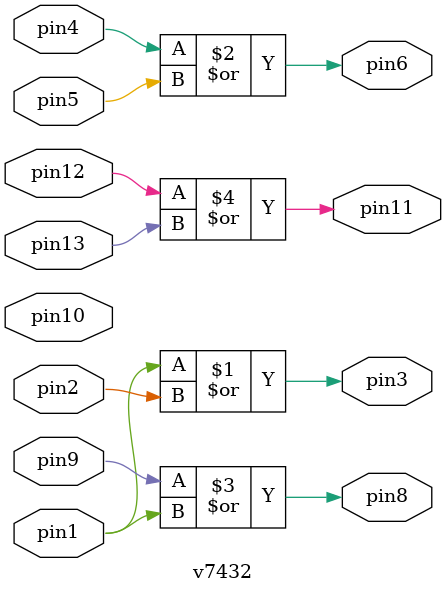
<source format=v>
`timescale 1ns / 1ns // `timescale time_unit/time_precision

module moduleMultiplexer (SW, LEDR); //module name and port list

  input [9:0] SW;
  output [9:0] LEDR;
  wire w1, w2, w3;
  
  v7404 U1( .pin1(SW[2]), 
            .pin2(w1));
				
  v7408 U2( .pin1(w1), 
            .pin2(SW[0]), 
				.pin3(w2), 
				.pin4(SW[1]), 
				.pin5(SW[2]), 
				.pin6(w3) ); 
				
  v7432 U3( .pin1(w3), 
            .pin2(w2), 
				.pin3(LEDR[0]) );
  
endmodule
  
  
  
  
  
module v7404 (input pin1, pin3, pin5, pin9, pin11, pin13,    //6 NOT gates
              output pin2,pin4, pin6, pin8, pin10, pin12);
      
      //how the pins are functioning inside chip
      assign pin2 = ~pin1;
      assign pin4 = ~pin3;
      assign pin6 = ~pin5;
      assign pin8 = ~pin9;
      assign pin10 = ~pin11;
      assign pin12 = ~pin13;
		
endmodule

  
module v7408 (input pin1, pin2, pin4, pin5, pin9, pin10, pin12, pin13,  //4 AND gates
              output pin3, pin6, pin8, pin11);
      
      //how the pins are functioning inside chip
      assign pin3 = pin1 & pin2;
      assign pin6 = pin4 & pin5;
      assign pin8 = pin9 & pin10;
      assign pin11 = pin12 & pin13;
		
endmodule
 
  
  
module v7432 (input pin1, pin2, pin4, pin5, pin9, pin10, pin12, pin13,   //4 OR gates
              output pin3, pin6, pin8, pin11);
      
      //how the pins are functioning inside chip
      assign pin3 = pin1 | pin2;
      assign pin6 = pin4 | pin5;
      assign pin8 = pin9 | pin1;
      assign pin11 = pin12 | pin13;
		
endmodule
  
  
 
</source>
